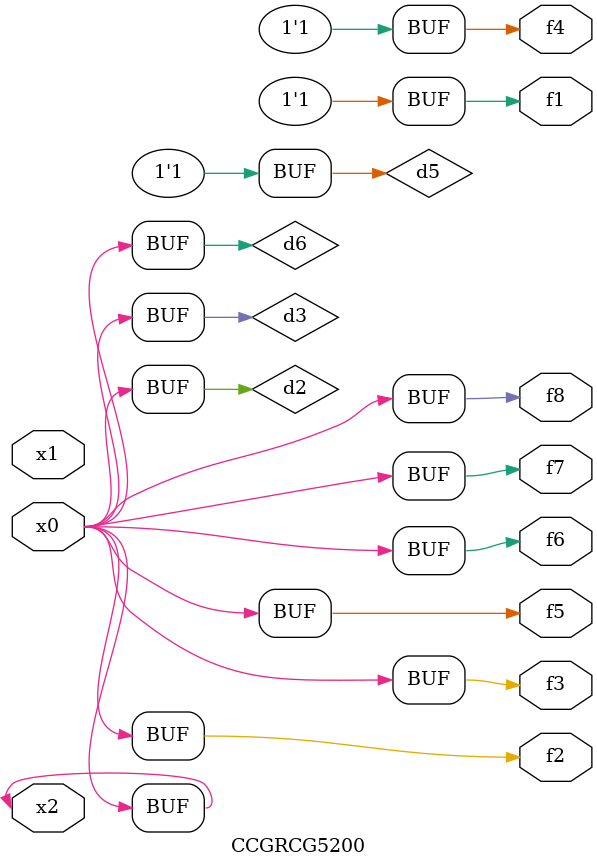
<source format=v>
module CCGRCG5200(
	input x0, x1, x2,
	output f1, f2, f3, f4, f5, f6, f7, f8
);

	wire d1, d2, d3, d4, d5, d6;

	xnor (d1, x2);
	buf (d2, x0, x2);
	and (d3, x0);
	xnor (d4, x1, x2);
	nand (d5, d1, d3);
	buf (d6, d2, d3);
	assign f1 = d5;
	assign f2 = d6;
	assign f3 = d6;
	assign f4 = d5;
	assign f5 = d6;
	assign f6 = d6;
	assign f7 = d6;
	assign f8 = d6;
endmodule

</source>
